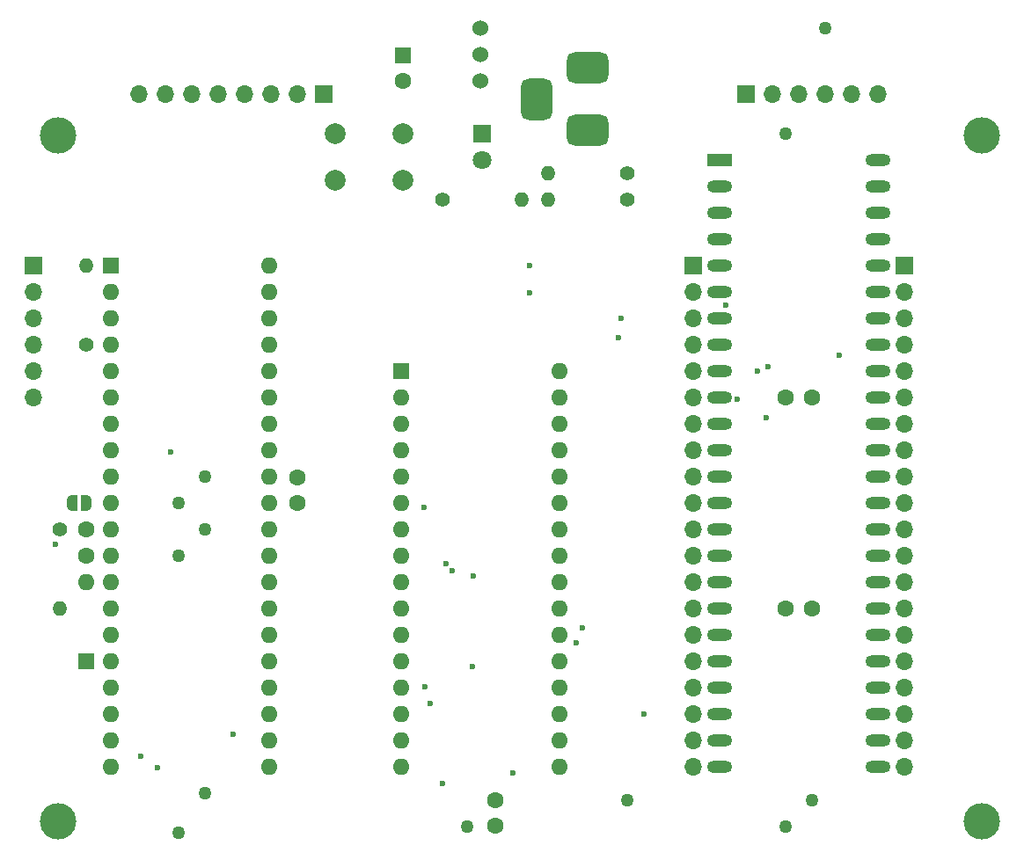
<source format=gts>
G04 #@! TF.GenerationSoftware,KiCad,Pcbnew,(7.0.0)*
G04 #@! TF.CreationDate,2023-02-28T12:43:52+09:00*
G04 #@! TF.ProjectId,EMUPU_RAM40,454d5550-555f-4524-914d-34302e6b6963,rev?*
G04 #@! TF.SameCoordinates,PX55d4a80PY9043270*
G04 #@! TF.FileFunction,Soldermask,Top*
G04 #@! TF.FilePolarity,Negative*
%FSLAX46Y46*%
G04 Gerber Fmt 4.6, Leading zero omitted, Abs format (unit mm)*
G04 Created by KiCad (PCBNEW (7.0.0)) date 2023-02-28 12:43:52*
%MOMM*%
%LPD*%
G01*
G04 APERTURE LIST*
G04 Aperture macros list*
%AMRoundRect*
0 Rectangle with rounded corners*
0 $1 Rounding radius*
0 $2 $3 $4 $5 $6 $7 $8 $9 X,Y pos of 4 corners*
0 Add a 4 corners polygon primitive as box body*
4,1,4,$2,$3,$4,$5,$6,$7,$8,$9,$2,$3,0*
0 Add four circle primitives for the rounded corners*
1,1,$1+$1,$2,$3*
1,1,$1+$1,$4,$5*
1,1,$1+$1,$6,$7*
1,1,$1+$1,$8,$9*
0 Add four rect primitives between the rounded corners*
20,1,$1+$1,$2,$3,$4,$5,0*
20,1,$1+$1,$4,$5,$6,$7,0*
20,1,$1+$1,$6,$7,$8,$9,0*
20,1,$1+$1,$8,$9,$2,$3,0*%
%AMFreePoly0*
4,1,19,0.500000,-0.750000,0.000000,-0.750000,0.000000,-0.744911,-0.071157,-0.744911,-0.207708,-0.704816,-0.327430,-0.627875,-0.420627,-0.520320,-0.479746,-0.390866,-0.500000,-0.250000,-0.500000,0.250000,-0.479746,0.390866,-0.420627,0.520320,-0.327430,0.627875,-0.207708,0.704816,-0.071157,0.744911,0.000000,0.744911,0.000000,0.750000,0.500000,0.750000,0.500000,-0.750000,0.500000,-0.750000,
$1*%
%AMFreePoly1*
4,1,19,0.000000,0.744911,0.071157,0.744911,0.207708,0.704816,0.327430,0.627875,0.420627,0.520320,0.479746,0.390866,0.500000,0.250000,0.500000,-0.250000,0.479746,-0.390866,0.420627,-0.520320,0.327430,-0.627875,0.207708,-0.704816,0.071157,-0.744911,0.000000,-0.744911,0.000000,-0.750000,-0.500000,-0.750000,-0.500000,0.750000,0.000000,0.750000,0.000000,0.744911,0.000000,0.744911,
$1*%
G04 Aperture macros list end*
%ADD10C,1.400000*%
%ADD11O,1.400000X1.400000*%
%ADD12FreePoly0,0.000000*%
%ADD13FreePoly1,0.000000*%
%ADD14R,1.600000X1.600000*%
%ADD15O,1.600000X1.600000*%
%ADD16R,1.700000X1.700000*%
%ADD17O,1.700000X1.700000*%
%ADD18C,3.500000*%
%ADD19C,1.524000*%
%ADD20C,2.000000*%
%ADD21C,1.600000*%
%ADD22R,1.800000X1.800000*%
%ADD23C,1.800000*%
%ADD24R,2.400000X1.200000*%
%ADD25O,2.400000X1.200000*%
%ADD26RoundRect,0.750000X-1.250000X0.750000X-1.250000X-0.750000X1.250000X-0.750000X1.250000X0.750000X0*%
%ADD27RoundRect,0.750000X-0.750000X1.250000X-0.750000X-1.250000X0.750000X-1.250000X0.750000X1.250000X0*%
%ADD28C,1.270000*%
%ADD29C,0.600000*%
G04 APERTURE END LIST*
D10*
X59860000Y66180000D03*
D11*
X52239999Y66179999D03*
D12*
X6490000Y34430000D03*
D13*
X7790000Y34430000D03*
D14*
X10159999Y57289999D03*
D15*
X10159999Y54749999D03*
X10159999Y52209999D03*
X10159999Y49669999D03*
X10159999Y47129999D03*
X10159999Y44589999D03*
X10159999Y42049999D03*
X10159999Y39509999D03*
X10159999Y36969999D03*
X10159999Y34429999D03*
X10159999Y31889999D03*
X10159999Y29349999D03*
X10159999Y26809999D03*
X10159999Y24269999D03*
X10159999Y21729999D03*
X10159999Y19189999D03*
X10159999Y16649999D03*
X10159999Y14109999D03*
X10159999Y11569999D03*
X10159999Y9029999D03*
X25399999Y9029999D03*
X25399999Y11569999D03*
X25399999Y14109999D03*
X25399999Y16649999D03*
X25399999Y19189999D03*
X25399999Y21729999D03*
X25399999Y24269999D03*
X25399999Y26809999D03*
X25399999Y29349999D03*
X25399999Y31889999D03*
X25399999Y34429999D03*
X25399999Y36969999D03*
X25399999Y39509999D03*
X25399999Y42049999D03*
X25399999Y44589999D03*
X25399999Y47129999D03*
X25399999Y49669999D03*
X25399999Y52209999D03*
X25399999Y54749999D03*
X25399999Y57289999D03*
D16*
X2709999Y57289999D03*
D17*
X2709999Y54749999D03*
X2709999Y52209999D03*
X2709999Y49669999D03*
X2709999Y47129999D03*
X2709999Y44589999D03*
D16*
X86529999Y57289999D03*
D17*
X86529999Y54749999D03*
X86529999Y52209999D03*
X86529999Y49669999D03*
X86529999Y47129999D03*
X86529999Y44589999D03*
X86529999Y42049999D03*
X86529999Y39509999D03*
X86529999Y36969999D03*
X86529999Y34429999D03*
X86529999Y31889999D03*
X86529999Y29349999D03*
X86529999Y26809999D03*
X86529999Y24269999D03*
X86529999Y21729999D03*
X86529999Y19189999D03*
X86529999Y16649999D03*
X86529999Y14109999D03*
X86529999Y11569999D03*
X86529999Y9029999D03*
D18*
X93980000Y69850000D03*
D19*
X45720000Y75070000D03*
X45720000Y77610000D03*
X45720000Y80150000D03*
D10*
X42080000Y63640000D03*
D11*
X49699999Y63639999D03*
D10*
X59860000Y63640000D03*
D11*
X52239999Y63639999D03*
D18*
X5080000Y3835400D03*
D16*
X66209999Y57289999D03*
D17*
X66209999Y54749999D03*
X66209999Y52209999D03*
X66209999Y49669999D03*
X66209999Y47129999D03*
X66209999Y44589999D03*
X66209999Y42049999D03*
X66209999Y39509999D03*
X66209999Y36969999D03*
X66209999Y34429999D03*
X66209999Y31889999D03*
X66209999Y29349999D03*
X66209999Y26809999D03*
X66209999Y24269999D03*
X66209999Y21729999D03*
X66209999Y19189999D03*
X66209999Y16649999D03*
X66209999Y14109999D03*
X66209999Y11569999D03*
X66209999Y9029999D03*
D14*
X7789999Y19189999D03*
D15*
X7789999Y26809999D03*
D20*
X38270000Y65490000D03*
X31770000Y65490000D03*
X38270000Y69990000D03*
X31770000Y69990000D03*
D16*
X71289999Y73799999D03*
D17*
X73829999Y73799999D03*
X76369999Y73799999D03*
X78909999Y73799999D03*
X81449999Y73799999D03*
X83989999Y73799999D03*
D16*
X30649999Y73799999D03*
D17*
X28109999Y73799999D03*
X25569999Y73799999D03*
X23029999Y73799999D03*
X20489999Y73799999D03*
X17949999Y73799999D03*
X15409999Y73799999D03*
X12869999Y73799999D03*
D21*
X77640000Y24270000D03*
X75140000Y24270000D03*
D14*
X38099999Y47129999D03*
D15*
X38099999Y44589999D03*
X38099999Y42049999D03*
X38099999Y39509999D03*
X38099999Y36969999D03*
X38099999Y34429999D03*
X38099999Y31889999D03*
X38099999Y29349999D03*
X38099999Y26809999D03*
X38099999Y24269999D03*
X38099999Y21729999D03*
X38099999Y19189999D03*
X38099999Y16649999D03*
X38099999Y14109999D03*
X38099999Y11569999D03*
X38099999Y9029999D03*
X53339999Y9029999D03*
X53339999Y11569999D03*
X53339999Y14109999D03*
X53339999Y16649999D03*
X53339999Y19189999D03*
X53339999Y21729999D03*
X53339999Y24269999D03*
X53339999Y26809999D03*
X53339999Y29349999D03*
X53339999Y31889999D03*
X53339999Y34429999D03*
X53339999Y36969999D03*
X53339999Y39509999D03*
X53339999Y42049999D03*
X53339999Y44589999D03*
X53339999Y47129999D03*
D21*
X7790000Y31870000D03*
X7790000Y29370000D03*
X28110000Y36930000D03*
X28110000Y34430000D03*
D14*
X38269999Y77569999D03*
D21*
X38270000Y75070000D03*
D22*
X45889999Y69989999D03*
D23*
X45890000Y67450000D03*
D24*
X68749999Y67449999D03*
D25*
X68749999Y64909999D03*
X68749999Y62369999D03*
X68749999Y59829999D03*
X68749999Y57289999D03*
X68749999Y54749999D03*
X68749999Y52209999D03*
X68749999Y49669999D03*
X68749999Y47129999D03*
X68749999Y44589999D03*
X68749999Y42049999D03*
X68749999Y39509999D03*
X68749999Y36969999D03*
X68749999Y34429999D03*
X68749999Y31889999D03*
X68749999Y29349999D03*
X68749999Y26809999D03*
X68749999Y24269999D03*
X68749999Y21729999D03*
X68749999Y19189999D03*
X68749999Y16649999D03*
X68749999Y14109999D03*
X68749999Y11569999D03*
X68749999Y9029999D03*
X83989999Y9029999D03*
X83989999Y11569999D03*
X83989999Y14109999D03*
X83989999Y16649999D03*
X83989999Y19189999D03*
X83989999Y21729999D03*
X83989999Y24269999D03*
X83989999Y26809999D03*
X83989999Y29349999D03*
X83989999Y31889999D03*
X83989999Y34429999D03*
X83989999Y36969999D03*
X83989999Y39509999D03*
X83989999Y42049999D03*
X83989999Y44589999D03*
X83989999Y47129999D03*
X83989999Y49669999D03*
X83989999Y52209999D03*
X83989999Y54749999D03*
X83989999Y57289999D03*
X83989999Y59829999D03*
X83989999Y62369999D03*
X83989999Y64909999D03*
X83989999Y67449999D03*
D10*
X7790000Y49670000D03*
D11*
X7789999Y57289999D03*
D10*
X5250000Y31890000D03*
D11*
X5249999Y24269999D03*
D18*
X93980000Y3810000D03*
X5080000Y69850000D03*
D21*
X77640000Y44590000D03*
X75140000Y44590000D03*
X47160000Y5855000D03*
X47160000Y3355000D03*
D26*
X56050000Y70340000D03*
D27*
X51150000Y73340000D03*
D26*
X56050000Y76340000D03*
D28*
X19220000Y6490000D03*
X19220000Y31890000D03*
X78910000Y80150000D03*
X19220000Y36970000D03*
X59860000Y5855000D03*
X77640000Y5855000D03*
D29*
X50488800Y57345100D03*
D28*
X75100000Y3315000D03*
X16680000Y34430000D03*
X16680000Y2680000D03*
X44480000Y3315000D03*
X16680000Y29350000D03*
X75100000Y69990000D03*
D29*
X61477800Y14148500D03*
X58995500Y50336700D03*
X15926800Y39351000D03*
X14708500Y8948700D03*
X4824000Y30478900D03*
X13077700Y10051100D03*
X42399700Y28646800D03*
X21978900Y12210700D03*
X80312800Y48633900D03*
X48865600Y8430200D03*
X70458800Y44451600D03*
X45004300Y18661700D03*
X45021200Y27383600D03*
X40896200Y15116700D03*
X55010100Y20956100D03*
X55588300Y22440600D03*
X40381800Y16794300D03*
X50488800Y54714200D03*
X59275700Y52210000D03*
X40297800Y34011000D03*
X42101500Y7442500D03*
X73280700Y42657400D03*
X72388300Y47128500D03*
X43036300Y27903000D03*
X73467000Y47584000D03*
X69330700Y53480000D03*
M02*

</source>
